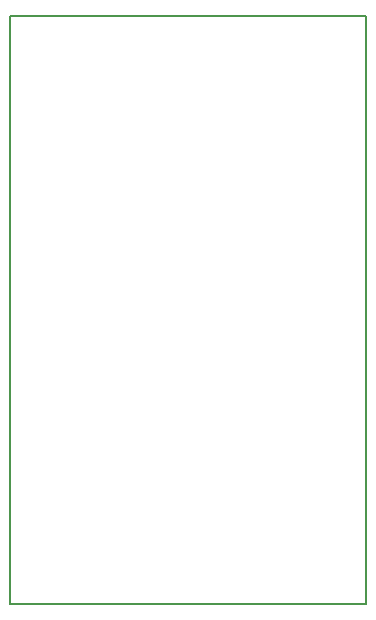
<source format=gm1>
G04 MADE WITH FRITZING*
G04 WWW.FRITZING.ORG*
G04 DOUBLE SIDED*
G04 HOLES PLATED*
G04 CONTOUR ON CENTER OF CONTOUR VECTOR*
%FSLAX26Y26*%
%MOIN*%
%ADD10R,1.195660X1.968500*%
%ADD11C,0.008000*%
%ADD10C,0.008*%
%G04CONTOUR*%
%FSLAX26Y26*%
%MOIN*%
D10*
D11*
X4000Y1964500D02*
X1191660Y1964500D01*
X1191660Y4000D01*
X4000Y4000D01*
X4000Y1964500D01*
D02*
G04 End of contour*
M02*
</source>
